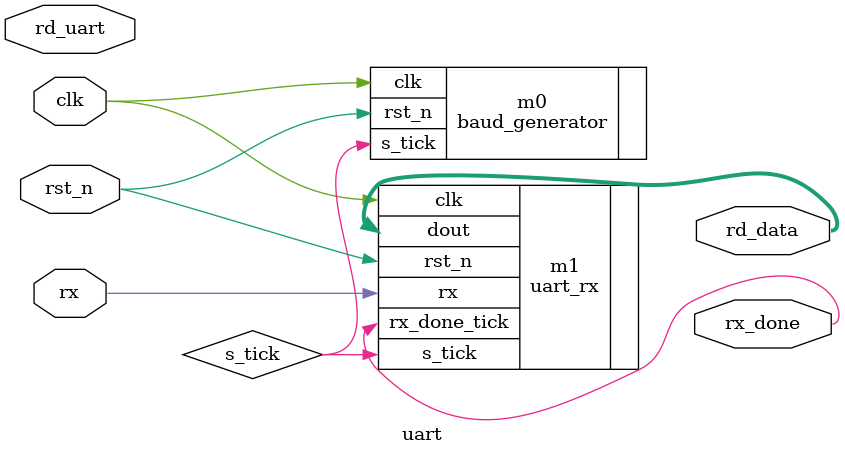
<source format=v>
`timescale 1ns / 1ps

   module uart
	#(parameter DBIT=8,SB_TICK=16,DVSR=326,DVSR_WIDTH=9,FIFO_W=2) //DBIT=databits , SB_TICK=stop_bits tick(16 per bit) , DVSR= clk/(16*BaudRate) , DVSR_WIDTH=array size needed by DVSR,FIFO_WIDTH+fifo size(2^x) )
	(
	input clk,
	input rst_n,
	input rd_uart,
	input rx,
	output[7:0] rd_data,
	output rx_done
    );
	 
	 wire s_tick;

	baud_generator #(.N(DVSR),.N_width(DVSR_WIDTH)) m0
	(
	.clk(clk),
	.rst_n(rst_n),
	.s_tick(s_tick)
    );
	 
	 uart_rx #(.DBIT(DBIT),.SB_TICK(SB_TICK)) m1 //DBIT=data bits , SB_TICK=ticks for stop bit (16 for 1 bit ,32 for 2 bits)
	(
		.clk(clk),
		.rst_n(rst_n),
		.rx(rx),
		.s_tick(s_tick),
		.rx_done_tick(rx_done),
		.dout(rd_data)
    );

endmodule

</source>
